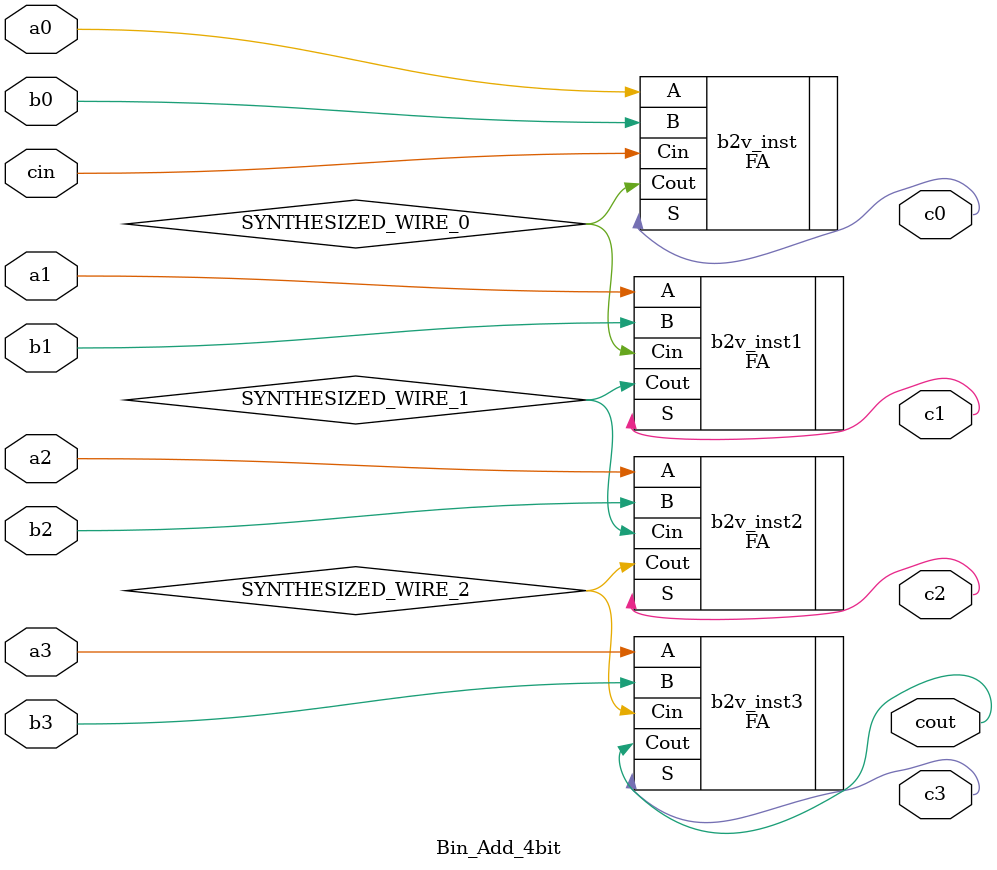
<source format=v>


module Bin_Add_4bit(
	a0,
	a1,
	a2,
	a3,
	b0,
	b1,
	b2,
	b3,
	cin,
	c0,
	c1,
	c2,
	c3,
	cout
);


input wire	a0;
input wire	a1;
input wire	a2;
input wire	a3;
input wire	b0;
input wire	b1;
input wire	b2;
input wire	b3;
input wire	cin;
output wire	c0;
output wire	c1;
output wire	c2;
output wire	c3;
output wire	cout;

wire	SYNTHESIZED_WIRE_0;
wire	SYNTHESIZED_WIRE_1;
wire	SYNTHESIZED_WIRE_2;





FA	b2v_inst(
	.A(a0),
	.B(b0),
	.Cin(cin),
	.S(c0),
	.Cout(SYNTHESIZED_WIRE_0));


FA	b2v_inst1(
	.A(a1),
	.B(b1),
	.Cin(SYNTHESIZED_WIRE_0),
	.S(c1),
	.Cout(SYNTHESIZED_WIRE_1));


FA	b2v_inst2(
	.A(a2),
	.B(b2),
	.Cin(SYNTHESIZED_WIRE_1),
	.S(c2),
	.Cout(SYNTHESIZED_WIRE_2));


FA	b2v_inst3(
	.A(a3),
	.B(b3),
	.Cin(SYNTHESIZED_WIRE_2),
	.S(c3),
	.Cout(cout));


endmodule

</source>
